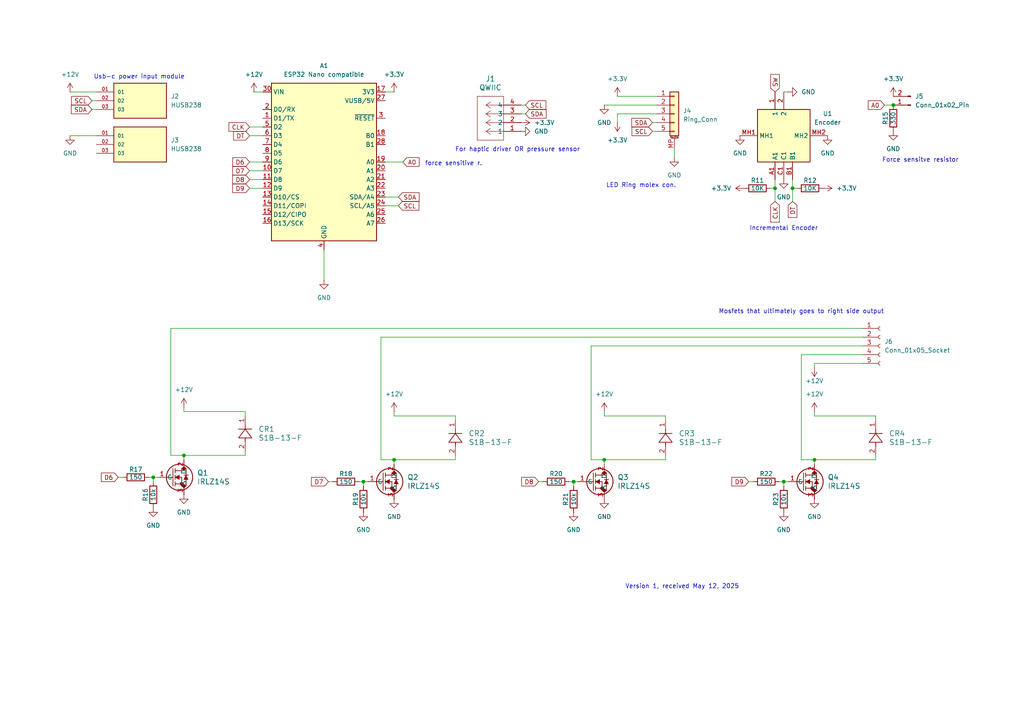
<source format=kicad_sch>
(kicad_sch (version 20250114) (generator "eeschema") (generator_version "9.0")
  (paper "A4")
  (lib_symbols
    (symbol "2025-04-16_14-42-32:SM04B-SRSS-TB" (pin_names (offset 0.254))
      (property "Reference" "J" (at 8.89 6.35 0))
      (property "Value" "SM04B-SRSS-TB" (at 0 0 0))
      (symbol "SM04B-SRSS-TB_1_1"
        (polyline (pts (xy 5.08 2.54) (xy 5.08 -10.16)) (stroke (width 0.127)))
        (polyline (pts (xy 5.08 -10.16) (xy 12.7 -10.16)) (stroke (width 0.127)))
        (polyline (pts (xy 10.16 0) (xy 5.08 0)) (stroke (width 0.127)))
        (polyline (pts (xy 10.16 0) (xy 8.89 0.8467)) (stroke (width 0.127)))
        (polyline (pts (xy 10.16 0) (xy 8.89 -0.8467)) (stroke (width 0.127)))
        (polyline (pts (xy 10.16 -2.54) (xy 5.08 -2.54)) (stroke (width 0.127)))
        (polyline (pts (xy 10.16 -2.54) (xy 8.89 -1.6933)) (stroke (width 0.127)))
        (polyline (pts (xy 10.16 -2.54) (xy 8.89 -3.3867)) (stroke (width 0.127)))
        (polyline (pts (xy 10.16 -5.08) (xy 5.08 -5.08)) (stroke (width 0.127)))
        (polyline (pts (xy 10.16 -5.08) (xy 8.89 -4.2333)) (stroke (width 0.127)))
        (polyline (pts (xy 10.16 -5.08) (xy 8.89 -5.9267)) (stroke (width 0.127)))
        (polyline (pts (xy 10.16 -7.62) (xy 5.08 -7.62)) (stroke (width 0.127)))
        (polyline (pts (xy 10.16 -7.62) (xy 8.89 -6.7733)) (stroke (width 0.127)))
        (polyline (pts (xy 10.16 -7.62) (xy 8.89 -8.4667)) (stroke (width 0.127)))
        (polyline (pts (xy 12.7 2.54) (xy 5.08 2.54)) (stroke (width 0.127)))
        (polyline (pts (xy 12.7 -10.16) (xy 12.7 2.54)) (stroke (width 0.127)))
        (pin unspecified line (at 0 0 0) (length 5.08) (name "1") (number "1"))
        (pin unspecified line (at 0 -2.54 0) (length 5.08) (name "2") (number "2"))
        (pin unspecified line (at 0 -5.08 0) (length 5.08) (name "3") (number "3"))
        (pin unspecified line (at 0 -7.62 0) (length 5.08) (name "4") (number "4"))
      )
      (symbol "SM04B-SRSS-TB_1_2"
        (polyline (pts (xy 5.08 2.54) (xy 5.08 -10.16)) (stroke (width 0.127)))
        (polyline (pts (xy 5.08 -10.16) (xy 12.7 -10.16)) (stroke (width 0.127)))
        (polyline (pts (xy 7.62 0) (xy 5.08 0)) (stroke (width 0.127)))
        (polyline (pts (xy 7.62 0) (xy 8.89 0.8467)) (stroke (width 0.127)))
        (polyline (pts (xy 7.62 0) (xy 8.89 -0.8467)) (stroke (width 0.127)))
        (polyline (pts (xy 7.62 -2.54) (xy 5.08 -2.54)) (stroke (width 0.127)))
        (polyline (pts (xy 7.62 -2.54) (xy 8.89 -1.6933)) (stroke (width 0.127)))
        (polyline (pts (xy 7.62 -2.54) (xy 8.89 -3.3867)) (stroke (width 0.127)))
        (polyline (pts (xy 7.62 -5.08) (xy 5.08 -5.08)) (stroke (width 0.127)))
        (polyline (pts (xy 7.62 -5.08) (xy 8.89 -4.2333)) (stroke (width 0.127)))
        (polyline (pts (xy 7.62 -5.08) (xy 8.89 -5.9267)) (stroke (width 0.127)))
        (polyline (pts (xy 7.62 -7.62) (xy 5.08 -7.62)) (stroke (width 0.127)))
        (polyline (pts (xy 7.62 -7.62) (xy 8.89 -6.7733)) (stroke (width 0.127)))
        (polyline (pts (xy 7.62 -7.62) (xy 8.89 -8.4667)) (stroke (width 0.127)))
        (polyline (pts (xy 12.7 2.54) (xy 5.08 2.54)) (stroke (width 0.127)))
        (polyline (pts (xy 12.7 -10.16) (xy 12.7 2.54)) (stroke (width 0.127)))
        (pin unspecified line (at 0 0 0) (length 5.08) (name "1") (number "1"))
        (pin unspecified line (at 0 -2.54 0) (length 5.08) (name "2") (number "2"))
        (pin unspecified line (at 0 -5.08 0) (length 5.08) (name "3") (number "3"))
        (pin unspecified line (at 0 -7.62 0) (length 5.08) (name "4") (number "4"))
      )
    )
    (symbol "Connector:Conn_01x02_Pin" (pin_names (offset 1.016) (hide yes))
      (property "Reference" "J" (at 0 2.54 0))
      (property "Value" "Conn_01x02_Pin" (at 0 -5.08 0))
      (symbol "Conn_01x02_Pin_1_1"
        (rectangle (start 0.8636 0.127) (end 0 -0.127) (stroke (width 0.1524)) (fill (type outline)))
        (rectangle (start 0.8636 -2.413) (end 0 -2.667) (stroke (width 0.1524)) (fill (type outline)))
        (polyline (pts (xy 1.27 0) (xy 0.8636 0)) (stroke (width 0.1524)))
        (polyline (pts (xy 1.27 -2.54) (xy 0.8636 -2.54)) (stroke (width 0.1524)))
        (pin passive line (at 5.08 0 180) (length 3.81) (name "Pin_1") (number "1"))
        (pin passive line (at 5.08 -2.54 180) (length 3.81) (name "Pin_2") (number "2"))
      )
    )
    (symbol "Connector:Conn_01x05_Socket" (pin_names (offset 1.016) (hide yes))
      (property "Reference" "J" (at 0 7.62 0))
      (property "Value" "Conn_01x05_Socket" (at 0 -7.62 0))
      (symbol "Conn_01x05_Socket_1_1"
        (polyline (pts (xy -1.27 5.08) (xy -0.508 5.08)) (stroke (width 0.1524)))
        (polyline (pts (xy -1.27 2.54) (xy -0.508 2.54)) (stroke (width 0.1524)))
        (polyline (pts (xy -1.27 0) (xy -0.508 0)) (stroke (width 0.1524)))
        (polyline (pts (xy -1.27 -2.54) (xy -0.508 -2.54)) (stroke (width 0.1524)))
        (polyline (pts (xy -1.27 -5.08) (xy -0.508 -5.08)) (stroke (width 0.1524)))
        (arc (start 0 4.572) (mid -0.5058 5.08) (end 0 5.588) (stroke (width 0.1524)))
        (arc (start 0 2.032) (mid -0.5058 2.54) (end 0 3.048) (stroke (width 0.1524)))
        (arc (start 0 -0.508) (mid -0.5058 0) (end 0 0.508) (stroke (width 0.1524)))
        (arc (start 0 -3.048) (mid -0.5058 -2.54) (end 0 -2.032) (stroke (width 0.1524)))
        (arc (start 0 -5.588) (mid -0.5058 -5.08) (end 0 -4.572) (stroke (width 0.1524)))
        (pin passive line (at -5.08 5.08 0) (length 3.81) (name "Pin_1") (number "1"))
        (pin passive line (at -5.08 2.54 0) (length 3.81) (name "Pin_2") (number "2"))
        (pin passive line (at -5.08 0 0) (length 3.81) (name "Pin_3") (number "3"))
        (pin passive line (at -5.08 -2.54 0) (length 3.81) (name "Pin_4") (number "4"))
        (pin passive line (at -5.08 -5.08 0) (length 3.81) (name "Pin_5") (number "5"))
      )
    )
    (symbol "Connector_Generic_MountingPin:Conn_01x05_MountingPin" (pin_names (offset 1.016) (hide yes))
      (property "Reference" "J4" (at 2.54 0.9145 0))
      (property "Value" "Ring_Conn" (at 2.54 -1.6255 0))
      (symbol "Conn_01x05_MountingPin_1_1"
        (rectangle (start -1.27 6.35) (end 1.27 -6.35) (stroke (width 0.254)) (fill (type background)))
        (rectangle (start -1.27 5.207) (end 0 4.953) (stroke (width 0.1524)))
        (rectangle (start -1.27 2.667) (end 0 2.413) (stroke (width 0.1524)))
        (rectangle (start -1.27 0.127) (end 0 -0.127) (stroke (width 0.1524)))
        (rectangle (start -1.27 -2.413) (end 0 -2.667) (stroke (width 0.1524)))
        (rectangle (start -1.27 -4.953) (end 0 -5.207) (stroke (width 0.1524)))
        (polyline (pts (xy -1.016 -7.112) (xy 1.016 -7.112)) (stroke (width 0.1524)))
        (text "Mounting" (at 0 -6.731 0) (effects (font (size 0.381 0.381))))
        (pin passive line (at -5.08 5.08 0) (length 3.81) (name "VCC") (number "1"))
        (pin passive line (at -5.08 2.54 0) (length 3.81) (name "GND") (number "2"))
        (pin passive line (at -5.08 0 0) (length 3.81) (name "VIO") (number "3"))
        (pin passive line (at -5.08 -2.54 0) (length 3.81) (name "SDA") (number "4"))
        (pin passive line (at -5.08 -5.08 0) (length 3.81) (name "SCL") (number "5"))
        (pin passive line (at 0 -10.16 90) (length 3.048) (name "MountPin") (number "MP"))
      )
    )
    (symbol "Device:R" (pin_numbers (hide yes)) (pin_names (offset 0))
      (property "Reference" "R" (at 2.032 0 90))
      (property "Value" "R" (at 0 0 90))
      (symbol "R_0_1"
        (rectangle (start -1.016 -2.54) (end 1.016 2.54) (stroke (width 0.254)))
      )
      (symbol "R_1_1"
        (pin passive line (at 0 3.81 270) (length 1.27) (name "~") (number "1"))
        (pin passive line (at 0 -3.81 90) (length 1.27) (name "~") (number "2"))
      )
    )
    (symbol "IRLZ14S:IRLZ14S" (pin_names (offset 0.254))
      (property "Reference" "Q" (at 11.43 1.905 0))
      (property "Value" "IRLZ14S" (at 11.43 -2.54 0))
      (symbol "IRLZ14S_0_1"
        (polyline (pts (xy 2.54 0) (xy 4.445 0)) (stroke (width 0.2032)))
        (polyline (pts (xy 4.445 -2.54) (xy 4.445 2.54)) (stroke (width 0.2032)))
        (polyline (pts (xy 5.08 1.905) (xy 6.985 1.905)) (stroke (width 0.2032)))
        (polyline (pts (xy 5.08 1.27) (xy 5.08 2.54)) (stroke (width 0.2032)))
        (polyline (pts (xy 5.08 -0.635) (xy 5.08 0.635)) (stroke (width 0.2032)))
        (polyline (pts (xy 5.08 -1.905) (xy 6.985 -1.905)) (stroke (width 0.2032)))
        (polyline (pts (xy 5.08 -2.54) (xy 5.08 -1.27)) (stroke (width 0.2032)))
        (polyline (pts (xy 6.35 0.635) (xy 5.08 0) (xy 6.35 -0.635)) (fill (type outline)))
        (polyline (pts (xy 6.35 0) (xy 6.985 0)) (stroke (width 0.2032)))
        (circle (center 6.35 0) (radius 3.81) (stroke (width 0.254)))
        (polyline (pts (xy 6.985 2.54) (xy 8.255 2.54)) (stroke (width 0.2032)))
        (polyline (pts (xy 6.985 1.905) (xy 6.985 2.54)) (stroke (width 0.2032)))
        (circle (center 6.985 -1.905) (radius 0.0254) (stroke (width 0.508)))
        (polyline (pts (xy 6.985 -2.54) (xy 6.985 0)) (stroke (width 0.2032)))
        (polyline (pts (xy 6.985 -2.54) (xy 8.255 -2.54)) (stroke (width 0.2032)))
        (circle (center 7.62 2.54) (radius 0.0254) (stroke (width 0.508)))
        (circle (center 7.62 -2.54) (radius 0.0254) (stroke (width 0.508)))
        (polyline (pts (xy 8.255 0.635) (xy 8.255 2.54)) (stroke (width 0.2032)))
        (polyline (pts (xy 8.255 -2.54) (xy 8.255 -0.635)) (stroke (width 0.2032)))
        (polyline (pts (xy 8.89 0.635) (xy 7.62 0.635)) (stroke (width 0.2032)))
        (polyline (pts (xy 8.89 -0.635) (xy 7.62 -0.635) (xy 8.255 0.635)) (fill (type outline)))
        (pin unspecified line (at 0 0 0) (length 2.54) (name "G") (number "1"))
        (pin unspecified line (at 7.62 5.08 270) (length 2.54) (name "D") (number "2"))
        (pin unspecified line (at 7.62 -5.08 90) (length 2.54) (name "S") (number "3"))
      )
    )
    (symbol "MCU_Module:Arduino_Nano_ESP32"
      (property "Reference" "A" (at -14.986 23.622 0))
      (property "Value" "Arduino_Nano_ESP32" (at 3.81 -25.654 0))
      (symbol "Arduino_Nano_ESP32_0_1"
        (rectangle (start -15.24 22.86) (end 15.24 -22.86) (stroke (width 0.254)) (fill (type background)))
      )
      (symbol "Arduino_Nano_ESP32_1_1"
        (pin power_in line (at -17.78 20.32 0) (length 2.54) (name "VIN") (number "30"))
        (pin bidirectional line (at -17.78 15.24 0) (length 2.54) (name "D0/RX") (number "2"))
        (pin bidirectional line (at -17.78 12.7 0) (length 2.54) (name "D1/TX") (number "1"))
        (pin bidirectional line (at -17.78 10.16 0) (length 2.54) (name "D2") (number "5"))
        (pin bidirectional line (at -17.78 7.62 0) (length 2.54) (name "D3") (number "6"))
        (pin bidirectional line (at -17.78 5.08 0) (length 2.54) (name "D4") (number "7"))
        (pin bidirectional line (at -17.78 2.54 0) (length 2.54) (name "D5") (number "8"))
        (pin bidirectional line (at -17.78 0 0) (length 2.54) (name "D6") (number "9"))
        (pin bidirectional line (at -17.78 -2.54 0) (length 2.54) (name "D7") (number "10"))
        (pin bidirectional line (at -17.78 -5.08 0) (length 2.54) (name "D8") (number "11"))
        (pin bidirectional line (at -17.78 -7.62 0) (length 2.54) (name "D9") (number "12"))
        (pin bidirectional line (at -17.78 -10.16 0) (length 2.54) (name "D10/CS") (number "13"))
        (pin bidirectional line (at -17.78 -12.7 0) (length 2.54) (name "D11/COPI") (number "14"))
        (pin bidirectional line (at -17.78 -15.24 0) (length 2.54) (name "D12/CIPO") (number "15"))
        (pin bidirectional line (at -17.78 -17.78 0) (length 2.54) (name "D13/SCK") (number "16"))
        (pin passive line (at 0 -25.4 90) (length 2.54) (hide yes) (name "GND") (number "29"))
        (pin power_in line (at 0 -25.4 90) (length 2.54) (name "GND") (number "4"))
        (pin power_out line (at 17.78 20.32 180) (length 2.54) (name "3V3") (number "17"))
        (pin power_out line (at 17.78 17.78 180) (length 2.54) (name "VUSB/5V") (number "27"))
        (pin input line (at 17.78 12.7 180) (length 2.54) (name "~{RESET}") (number "3"))
        (pin bidirectional line (at 17.78 7.62 180) (length 2.54) (name "B0") (number "18"))
        (pin bidirectional line (at 17.78 5.08 180) (length 2.54) (name "B1") (number "28"))
        (pin bidirectional line (at 17.78 0 180) (length 2.54) (name "A0") (number "19"))
        (pin bidirectional line (at 17.78 -2.54 180) (length 2.54) (name "A1") (number "20"))
        (pin bidirectional line (at 17.78 -5.08 180) (length 2.54) (name "A2") (number "21"))
        (pin bidirectional line (at 17.78 -7.62 180) (length 2.54) (name "A3") (number "22"))
        (pin bidirectional line (at 17.78 -10.16 180) (length 2.54) (name "SDA/A4") (number "23"))
        (pin bidirectional line (at 17.78 -12.7 180) (length 2.54) (name "SCL/A5") (number "24"))
        (pin bidirectional line (at 17.78 -15.24 180) (length 2.54) (name "A6") (number "25"))
        (pin bidirectional line (at 17.78 -17.78 180) (length 2.54) (name "A7") (number "26"))
      )
    )
    (symbol "PEC11L-4020F-S0020:PEC11L-4020F-S0020"
      (property "Reference" "U" (at 21.59 12.7 0))
      (property "Value" "PEC11L-4020F-S0020" (at 21.59 10.16 0))
      (symbol "PEC11L-4020F-S0020_1_1"
        (rectangle (start 5.08 7.62) (end 20.32 -7.62) (stroke (width 0.254)) (fill (type background)))
        (pin passive line (at 0 0 0) (length 5.08) (name "MH1") (number "MH1"))
        (pin passive line (at 10.16 12.7 270) (length 5.08) (name "1") (number "1"))
        (pin passive line (at 10.16 -12.7 90) (length 5.08) (name "A1") (number "A1"))
        (pin passive line (at 12.7 12.7 270) (length 5.08) (name "2") (number "2"))
        (pin passive line (at 12.7 -12.7 90) (length 5.08) (name "C1") (number "C1"))
        (pin passive line (at 15.24 -12.7 90) (length 5.08) (name "B1") (number "B1"))
        (pin passive line (at 25.4 0 180) (length 5.08) (name "MH2") (number "MH2"))
      )
    )
    (symbol "S1B_13_F:S1B-13-F" (pin_names (offset 0.254))
      (property "Reference" "CR" (at 5.08 4.445 0))
      (property "Value" "S1B-13-F" (at 5.08 -3.81 0))
      (symbol "S1B-13-F_1_1"
        (polyline (pts (xy 2.54 0) (xy 3.4798 0)) (stroke (width 0.2032)))
        (polyline (pts (xy 3.175 0) (xy 3.81 0)) (stroke (width 0.2032)))
        (polyline (pts (xy 3.81 1.905) (xy 3.81 -1.905)) (stroke (width 0.2032)))
        (polyline (pts (xy 3.81 -1.905) (xy 6.35 0)) (stroke (width 0.2032)))
        (polyline (pts (xy 6.35 0) (xy 3.81 1.905)) (stroke (width 0.2032)))
        (polyline (pts (xy 6.35 0) (xy 7.62 0)) (stroke (width 0.2032)))
        (polyline (pts (xy 6.35 -1.905) (xy 6.35 1.905)) (stroke (width 0.2032)))
        (pin unspecified line (at 0 0 0) (length 2.54) (name "") (number "2"))
        (pin unspecified line (at 10.16 0 180) (length 2.54) (name "") (number "1"))
      )
      (symbol "S1B-13-F_1_2"
        (polyline (pts (xy -1.905 3.81) (xy 1.905 3.81)) (stroke (width 0.2032)))
        (polyline (pts (xy 0 6.35) (xy -1.905 3.81)) (stroke (width 0.2032)))
        (polyline (pts (xy 0 6.35) (xy 0 7.62)) (stroke (width 0.2032)))
        (polyline (pts (xy 0 3.175) (xy 0 3.81)) (stroke (width 0.2032)))
        (polyline (pts (xy 0 2.54) (xy 0 3.4798)) (stroke (width 0.2032)))
        (polyline (pts (xy 1.905 6.35) (xy -1.905 6.35)) (stroke (width 0.2032)))
        (polyline (pts (xy 1.905 3.81) (xy 0 6.35)) (stroke (width 0.2032)))
        (pin unspecified line (at 0 10.16 270) (length 2.54) (name "") (number "1"))
        (pin unspecified line (at 0 0 90) (length 2.54) (name "") (number "2"))
      )
    )
    (symbol "SL-103-G-39:SL-103-G-39" (pin_names (offset 1.016))
      (property "Reference" "J" (at -8.12 5.08 0))
      (property "Value" "SL-103-G-39" (at -7.62 -7.62 0))
      (symbol "SL-103-G-39_0_0"
        (rectangle (start -7.62 -5.08) (end 7.62 5.08) (stroke (width 0.254)) (fill (type background)))
        (pin passive line (at -12.7 2.54 0) (length 5.08) (name "01") (number "01"))
        (pin passive line (at -12.7 0 0) (length 5.08) (name "02") (number "02"))
        (pin passive line (at -12.7 -2.54 0) (length 5.08) (name "03") (number "03"))
      )
    )
    (symbol "power:+12V" (power) (pin_numbers (hide yes)) (pin_names (offset 0) (hide yes))
      (property "Value" "+12V" (at 0 3.556 0))
      (symbol "+12V_0_1"
        (polyline (pts (xy -0.762 1.27) (xy 0 2.54)))
        (polyline (pts (xy 0 2.54) (xy 0.762 1.27)))
        (polyline (pts (xy 0 0) (xy 0 2.54)))
      )
      (symbol "+12V_1_1"
        (pin power_in line (at 0 0 90) (length 0) (name "~") (number "1"))
      )
    )
    (symbol "power:+3.3V" (power) (pin_numbers (hide yes)) (pin_names (offset 0) (hide yes))
      (property "Value" "+3.3V" (at 0 3.556 0))
      (symbol "+3.3V_0_1"
        (polyline (pts (xy -0.762 1.27) (xy 0 2.54)))
        (polyline (pts (xy 0 2.54) (xy 0.762 1.27)))
        (polyline (pts (xy 0 0) (xy 0 2.54)))
      )
      (symbol "+3.3V_1_1"
        (pin power_in line (at 0 0 90) (length 0) (name "~") (number "1"))
      )
    )
    (symbol "power:GND" (power) (pin_numbers (hide yes)) (pin_names (offset 0) (hide yes))
      (property "Value" "GND" (at 0 -3.81 0))
      (symbol "GND_0_1"
        (polyline (pts (xy 0 0) (xy 0 -1.27) (xy 1.27 -1.27) (xy 0 -2.54) (xy -1.27 -1.27) (xy 0 -1.27)))
      )
      (symbol "GND_1_1"
        (pin power_in line (at 0 0 270) (length 0) (name "~") (number "1"))
      )
    )
  )
  (text "Version 1, received May 12, 2025" (at 197.866 170.18 0) (effects (font (size 1.27 1.27))))
  (text "LED Ring molex con. " (at 186.436 53.848 0) (effects (font (size 1.27 1.27))))
  (text "For haptic driver OR pressure sensor" (at 150.114 43.434 0) (effects (font (size 1.27 1.27))))
  (text "force sensitive r." (at 131.572 47.498 0) (effects (font (size 1.27 1.27))))
  (text "Incremental Encoder" (at 227.33 66.294 0) (effects (font (size 1.27 1.27))))
  (text "Usb-c power input module" (at 40.386 22.352 0) (effects (font (size 1.27 1.27))))
  (text "Force sensitve resistor" (at 266.954 46.482 0) (effects (font (size 1.27 1.27))))
  (text "Mosfets that ultimately goes to right side output" (at 232.41 90.424 0) (effects (font (size 1.27 1.27))))
  (junction (at 236.22 133.35))
  (junction (at 114.3 133.35))
  (junction (at 224.79 54.61))
  (junction (at 166.37 139.7))
  (junction (at 229.87 54.61))
  (junction (at 53.34 132.08))
  (junction (at 175.26 133.35))
  (junction (at 105.41 139.7))
  (junction (at 259.08 30.48))
  (junction (at 44.45 138.43))
  (junction (at 227.33 139.7))
  (wire (pts (xy 72.39 52.07) (xy 76.2 52.07)))
  (wire (pts (xy 175.26 30.48) (xy 190.5 30.48)))
  (wire (pts (xy 175.26 120.65) (xy 193.04 120.65)))
  (wire (pts (xy 72.39 39.37) (xy 76.2 39.37)))
  (wire (pts (xy 151.13 30.48) (xy 152.4 30.48)))
  (wire (pts (xy 72.39 46.99) (xy 76.2 46.99)))
  (wire (pts (xy 227.33 139.7) (xy 228.6 139.7)))
  (wire (pts (xy 73.66 26.67) (xy 76.2 26.67)))
  (wire (pts (xy 53.34 132.08) (xy 53.34 133.35)))
  (wire (pts (xy 232.41 133.35) (xy 236.22 133.35)))
  (wire (pts (xy 236.22 133.35) (xy 236.22 134.62)))
  (wire (pts (xy 93.98 72.39) (xy 93.98 81.28)))
  (wire (pts (xy 254 120.65) (xy 254 121.92)))
  (wire (pts (xy 44.45 138.43) (xy 44.45 139.7)))
  (wire (pts (xy 72.39 36.83) (xy 76.2 36.83)))
  (wire (pts (xy 250.19 105.41) (xy 236.22 105.41)))
  (wire (pts (xy 132.08 132.08) (xy 132.08 133.35)))
  (wire (pts (xy 193.04 120.65) (xy 193.04 121.92)))
  (wire (pts (xy 49.53 132.08) (xy 53.34 132.08)))
  (wire (pts (xy 171.45 133.35) (xy 175.26 133.35)))
  (wire (pts (xy 71.12 119.38) (xy 71.12 120.65)))
  (wire (pts (xy 20.32 26.67) (xy 27.94 26.67)))
  (wire (pts (xy 229.87 54.61) (xy 229.87 58.42)))
  (wire (pts (xy 114.3 133.35) (xy 132.08 133.35)))
  (wire (pts (xy 226.06 139.7) (xy 227.33 139.7)))
  (wire (pts (xy 236.22 133.35) (xy 254 133.35)))
  (wire (pts (xy 236.22 105.41) (xy 236.22 106.68)))
  (wire (pts (xy 114.3 26.67) (xy 111.76 26.67)))
  (wire (pts (xy 256.54 30.48) (xy 259.08 30.48)))
  (wire (pts (xy 110.49 133.35) (xy 114.3 133.35)))
  (wire (pts (xy 114.3 119.38) (xy 114.3 120.65)))
  (wire (pts (xy 132.08 120.65) (xy 132.08 121.92)))
  (wire (pts (xy 151.13 33.02) (xy 152.4 33.02)))
  (wire (pts (xy 34.29 138.43) (xy 35.56 138.43)))
  (wire (pts (xy 105.41 139.7) (xy 106.68 139.7)))
  (wire (pts (xy 53.34 132.08) (xy 71.12 132.08)))
  (wire (pts (xy 179.07 33.02) (xy 179.07 35.56)))
  (wire (pts (xy 72.39 54.61) (xy 76.2 54.61)))
  (wire (pts (xy 250.19 100.33) (xy 171.45 100.33)))
  (wire (pts (xy 53.34 119.38) (xy 71.12 119.38)))
  (wire (pts (xy 95.25 139.7) (xy 96.52 139.7)))
  (wire (pts (xy 71.12 130.81) (xy 71.12 132.08)))
  (wire (pts (xy 250.19 97.79) (xy 110.49 97.79)))
  (wire (pts (xy 190.5 27.94) (xy 179.07 27.94)))
  (wire (pts (xy 105.41 139.7) (xy 105.41 140.97)))
  (wire (pts (xy 224.79 52.07) (xy 224.79 54.61)))
  (wire (pts (xy 175.26 133.35) (xy 175.26 134.62)))
  (wire (pts (xy 110.49 97.79) (xy 110.49 133.35)))
  (wire (pts (xy 236.22 119.38) (xy 236.22 120.65)))
  (wire (pts (xy 223.52 54.61) (xy 224.79 54.61)))
  (wire (pts (xy 217.17 139.7) (xy 218.44 139.7)))
  (wire (pts (xy 20.32 39.37) (xy 27.94 39.37)))
  (wire (pts (xy 193.04 132.08) (xy 193.04 133.35)))
  (wire (pts (xy 44.45 138.43) (xy 45.72 138.43)))
  (wire (pts (xy 232.41 102.87) (xy 232.41 133.35)))
  (wire (pts (xy 250.19 102.87) (xy 232.41 102.87)))
  (wire (pts (xy 165.1 139.7) (xy 166.37 139.7)))
  (wire (pts (xy 166.37 139.7) (xy 167.64 139.7)))
  (wire (pts (xy 49.53 95.25) (xy 49.53 132.08)))
  (wire (pts (xy 53.34 118.11) (xy 53.34 119.38)))
  (wire (pts (xy 114.3 120.65) (xy 132.08 120.65)))
  (wire (pts (xy 175.26 119.38) (xy 175.26 120.65)))
  (wire (pts (xy 171.45 100.33) (xy 171.45 133.35)))
  (wire (pts (xy 236.22 120.65) (xy 254 120.65)))
  (wire (pts (xy 250.19 95.25) (xy 49.53 95.25)))
  (wire (pts (xy 195.58 43.18) (xy 195.58 45.72)))
  (wire (pts (xy 229.87 52.07) (xy 229.87 54.61)))
  (wire (pts (xy 254 132.08) (xy 254 133.35)))
  (wire (pts (xy 111.76 57.15) (xy 115.57 57.15)))
  (wire (pts (xy 228.6 26.67) (xy 227.33 26.67)))
  (wire (pts (xy 156.21 139.7) (xy 157.48 139.7)))
  (wire (pts (xy 224.79 54.61) (xy 224.79 58.42)))
  (wire (pts (xy 104.14 139.7) (xy 105.41 139.7)))
  (wire (pts (xy 189.23 35.56) (xy 190.5 35.56)))
  (wire (pts (xy 190.5 33.02) (xy 179.07 33.02)))
  (wire (pts (xy 26.67 31.75) (xy 27.94 31.75)))
  (wire (pts (xy 227.33 139.7) (xy 227.33 140.97)))
  (wire (pts (xy 72.39 49.53) (xy 76.2 49.53)))
  (wire (pts (xy 43.18 138.43) (xy 44.45 138.43)))
  (wire (pts (xy 229.87 54.61) (xy 231.14 54.61)))
  (wire (pts (xy 26.67 29.21) (xy 27.94 29.21)))
  (wire (pts (xy 111.76 46.99) (xy 116.84 46.99)))
  (wire (pts (xy 175.26 133.35) (xy 193.04 133.35)))
  (wire (pts (xy 111.76 59.69) (xy 115.57 59.69)))
  (wire (pts (xy 166.37 139.7) (xy 166.37 140.97)))
  (wire (pts (xy 189.23 38.1) (xy 190.5 38.1)))
  (wire (pts (xy 114.3 133.35) (xy 114.3 134.62)))
  (global_label "D8" (shape input) (at 156.21 139.7 180) (property "Intersheetrefs" "${INTERSHEET_REFS}" (effects (hide yes))))
  (global_label "SDA" (shape input) (at 152.4 33.02 0) (property "Intersheetrefs" "${INTERSHEET_REFS}" (effects (hide yes))))
  (global_label "DT" (shape input) (at 229.87 58.42 270) (property "Intersheetrefs" "${INTERSHEET_REFS}" (effects (hide yes))))
  (global_label "SW" (shape input) (at 224.79 26.67 90) (property "Intersheetrefs" "${INTERSHEET_REFS}" (effects (hide yes))))
  (global_label "DT" (shape input) (at 72.39 39.37 180) (property "Intersheetrefs" "${INTERSHEET_REFS}" (effects (hide yes))))
  (global_label "SDA" (shape input) (at 26.67 31.75 180) (property "Intersheetrefs" "${INTERSHEET_REFS}" (effects (hide yes))))
  (global_label "CLK" (shape input) (at 224.79 58.42 270) (property "Intersheetrefs" "${INTERSHEET_REFS}" (effects (hide yes))))
  (global_label "SCL" (shape input) (at 115.57 59.69 0) (property "Intersheetrefs" "${INTERSHEET_REFS}" (effects (hide yes))))
  (global_label "D9" (shape input) (at 72.39 54.61 180) (property "Intersheetrefs" "${INTERSHEET_REFS}" (effects (hide yes))))
  (global_label "SCL" (shape input) (at 152.4 30.48 0) (property "Intersheetrefs" "${INTERSHEET_REFS}" (effects (hide yes))))
  (global_label "A0" (shape input) (at 116.84 46.99 0) (property "Intersheetrefs" "${INTERSHEET_REFS}" (effects (hide yes))))
  (global_label "SCL" (shape input) (at 26.67 29.21 180) (property "Intersheetrefs" "${INTERSHEET_REFS}" (effects (hide yes))))
  (global_label "A0" (shape input) (at 256.54 30.48 180) (property "Intersheetrefs" "${INTERSHEET_REFS}" (effects (hide yes))))
  (global_label "D9" (shape input) (at 217.17 139.7 180) (property "Intersheetrefs" "${INTERSHEET_REFS}" (effects (hide yes))))
  (global_label "D6" (shape input) (at 72.39 46.99 180) (property "Intersheetrefs" "${INTERSHEET_REFS}" (effects (hide yes))))
  (global_label "D7" (shape input) (at 95.25 139.7 180) (property "Intersheetrefs" "${INTERSHEET_REFS}" (effects (hide yes))))
  (global_label "D7" (shape input) (at 72.39 49.53 180) (property "Intersheetrefs" "${INTERSHEET_REFS}" (effects (hide yes))))
  (global_label "SCL" (shape input) (at 189.23 38.1 180) (property "Intersheetrefs" "${INTERSHEET_REFS}" (effects (hide yes))))
  (global_label "SDA" (shape input) (at 189.23 35.56 180) (property "Intersheetrefs" "${INTERSHEET_REFS}" (effects (hide yes))))
  (global_label "D8" (shape input) (at 72.39 52.07 180) (property "Intersheetrefs" "${INTERSHEET_REFS}" (effects (hide yes))))
  (global_label "SDA" (shape input) (at 115.57 57.15 0) (property "Intersheetrefs" "${INTERSHEET_REFS}" (effects (hide yes))))
  (global_label "D6" (shape input) (at 34.29 138.43 180) (property "Intersheetrefs" "${INTERSHEET_REFS}" (effects (hide yes))))
  (global_label "CLK" (shape input) (at 72.39 36.83 180) (property "Intersheetrefs" "${INTERSHEET_REFS}" (effects (hide yes))))
  (symbol (lib_id "power:+3.3V") (at 238.76 54.61 270) (unit 1)
    (property "Reference" "#PWR020" (effects (hide yes)))
    (property "Value" "+3.3V" (at 242.57 54.6099 90) (effects (justify left)))
    (property "Description" "Power symbol creates a global label with name \"+3.3V\"" (effects (hide yes)))
  )
  (symbol (lib_id "IRLZ14S:IRLZ14S") (at 167.64 139.7 0) (unit 1)
    (property "Reference" "Q3" (at 179.07 138.4299 0) (effects (font (size 1.524 1.524)) (justify left)))
    (property "Value" "IRLZ14S" (at 179.07 140.9699 0) (effects (font (size 1.524 1.524)) (justify left)))
    (property "Footprint" "IRLZ14PBF:TO254P465X1031X1954-3P" (effects (hide yes)))
    (property "Datasheet" "IRLZ14S" (effects (hide yes)))
  )
  (symbol (lib_id "IRLZ14S:IRLZ14S") (at 106.68 139.7 0) (unit 1)
    (property "Reference" "Q2" (at 118.11 138.4299 0) (effects (font (size 1.524 1.524)) (justify left)))
    (property "Value" "IRLZ14S" (at 118.11 140.9699 0) (effects (font (size 1.524 1.524)) (justify left)))
    (property "Footprint" "IRLZ14PBF:TO254P465X1031X1954-3P" (effects (hide yes)))
    (property "Datasheet" "IRLZ14S" (effects (hide yes)))
  )
  (symbol (lib_id "power:+12V") (at 175.26 119.38 0) (unit 1)
    (property "Reference" "#PWR027" (effects (hide yes)))
    (property "Value" "+12V" (at 175.26 114.3 0))
    (property "Description" "Power symbol creates a global label with name \"+12V\"" (effects (hide yes)))
  )
  (symbol (lib_id "power:GND") (at 166.37 148.59 0) (unit 1)
    (property "Reference" "#PWR026" (effects (hide yes)))
    (property "Value" "GND" (at 166.37 153.67 0))
    (property "Description" "Power symbol creates a global label with name \"GND\" , ground" (effects (hide yes)))
  )
  (symbol (lib_id "Device:R") (at 166.37 144.78 180) (unit 1)
    (property "Reference" "R21" (at 164.084 144.78 90))
    (property "Value" "10k" (at 166.37 144.78 90))
    (property "Footprint" "Resistor_THT:R_Axial_DIN0204_L3.6mm_D1.6mm_P7.62mm_Horizontal" (effects (hide yes)))
    (property "Description" "Resistor" (effects (hide yes)))
  )
  (symbol (lib_id "power:+12V") (at 236.22 106.68 180) (unit 1)
    (property "Reference" "#PWR032" (effects (hide yes)))
    (property "Value" "+12V" (at 236.22 110.49 0))
    (property "Description" "Power symbol creates a global label with name \"+12V\"" (effects (hide yes)))
  )
  (symbol (lib_id "S1B_13_F:S1B-13-F") (at 71.12 130.81 90) (unit 1)
    (property "Reference" "CR1" (at 74.93 124.4599 90) (effects (font (size 1.524 1.524)) (justify right)))
    (property "Value" "S1B-13-F" (at 74.93 126.9999 90) (effects (font (size 1.524 1.524)) (justify right)))
    (property "Footprint" "Diode_THT:D_DO-35_SOD27_P7.62mm_Horizontal" (effects (hide yes)))
    (property "Datasheet" "S1B-13-F" (effects (hide yes)))
  )
  (symbol (lib_id "power:GND") (at 227.33 148.59 0) (unit 1)
    (property "Reference" "#PWR029" (effects (hide yes)))
    (property "Value" "GND" (at 227.33 153.67 0))
    (property "Description" "Power symbol creates a global label with name \"GND\" , ground" (effects (hide yes)))
  )
  (symbol (lib_id "power:GND") (at 114.3 144.78 0) (unit 1)
    (property "Reference" "#PWR025" (effects (hide yes)))
    (property "Value" "GND" (at 114.3 149.86 0))
    (property "Description" "Power symbol creates a global label with name \"GND\" , ground" (effects (hide yes)))
  )
  (symbol (lib_id "Device:R") (at 222.25 139.7 90) (unit 1)
    (property "Reference" "R22" (at 222.25 137.414 90))
    (property "Value" "150" (at 222.25 139.7 90))
    (property "Footprint" "Resistor_THT:R_Axial_DIN0204_L3.6mm_D1.6mm_P7.62mm_Horizontal" (effects (hide yes)))
    (property "Description" "Resistor" (effects (hide yes)))
  )
  (symbol (lib_id "Device:R") (at 105.41 144.78 180) (unit 1)
    (property "Reference" "R19" (at 103.124 144.78 90))
    (property "Value" "10k" (at 105.41 144.78 90))
    (property "Footprint" "Resistor_THT:R_Axial_DIN0204_L3.6mm_D1.6mm_P7.62mm_Horizontal" (effects (hide yes)))
    (property "Description" "Resistor" (effects (hide yes)))
  )
  (symbol (lib_id "power:GND") (at 151.13 38.1 90) (unit 1)
    (property "Reference" "#PWR011" (effects (hide yes)))
    (property "Value" "GND" (at 154.94 38.0999 90) (effects (justify right)))
    (property "Description" "Power symbol creates a global label with name \"GND\" , ground" (effects (hide yes)))
  )
  (symbol (lib_id "power:+3.3V") (at 114.3 26.67 0) (unit 1)
    (property "Reference" "#PWR03" (effects (hide yes)))
    (property "Value" "+3.3V" (at 114.3 21.59 0))
    (property "Description" "Power symbol creates a global label with name \"+3.3V\"" (effects (hide yes)))
  )
  (symbol (lib_id "power:+3.3V") (at 179.07 27.94 0) (unit 1)
    (property "Reference" "#PWR07" (effects (hide yes)))
    (property "Value" "+3.3V" (at 179.07 22.86 0))
    (property "Description" "Power symbol creates a global label with name \"+3.3V\"" (effects (hide yes)))
  )
  (symbol (lib_id "PEC11L-4020F-S0020:PEC11L-4020F-S0020") (at 214.63 39.37 0) (unit 1)
    (property "Reference" "U1" (at 240.03 32.9498 0))
    (property "Value" "Encoder" (at 240.03 35.4898 0))
    (property "Footprint" "KiCad:PEC11L4120FS0020" (effects (hide yes)))
    (property "Datasheet" "https://www.bourns.com/docs/Product-Datasheets/PEC11L.pdf" (effects (hide yes)))
    (property "Description" "Encoders ENCODER" (effects (hide yes)))
    (property "Height" "25" (effects (hide yes)))
    (property "Manufacturer_Name" "Bourns" (effects (hide yes)))
    (property "Manufacturer_Part_Number" "PEC11L-4020F-S0020" (effects (hide yes)))
    (property "Mouser Part Number" "652-PEC11L4020FS0020" (effects (hide yes)))
    (property "Mouser Price/Stock" "https://www.mouser.co.uk/ProductDetail/Bourns/PEC11L-4020F-S0020?qs=fgHA1UgJI8CzObWXJBveJQ%3D%3D" (effects (hide yes)))
    (property "Arrow Part Number" "PEC11L-4020F-S0020" (effects (hide yes)))
    (property "Arrow Price/Stock" "https://www.arrow.com/en/products/pec11l-4020f-s0020/bourns?region=nac" (effects (hide yes)))
  )
  (symbol (lib_id "IRLZ14S:IRLZ14S") (at 45.72 138.43 0) (unit 1)
    (property "Reference" "Q1" (at 57.15 137.1599 0) (effects (font (size 1.524 1.524)) (justify left)))
    (property "Value" "IRLZ14S" (at 57.15 139.6999 0) (effects (font (size 1.524 1.524)) (justify left)))
    (property "Footprint" "IRLZ14PBF:TO254P465X1031X1954-3P" (effects (hide yes)))
    (property "Datasheet" "IRLZ14S" (effects (hide yes)))
  )
  (symbol (lib_id "IRLZ14S:IRLZ14S") (at 228.6 139.7 0) (unit 1)
    (property "Reference" "Q4" (at 240.03 138.4299 0) (effects (font (size 1.524 1.524)) (justify left)))
    (property "Value" "IRLZ14S" (at 240.03 140.9699 0) (effects (font (size 1.524 1.524)) (justify left)))
    (property "Footprint" "IRLZ14PBF:TO254P465X1031X1954-3P" (effects (hide yes)))
    (property "Datasheet" "IRLZ14S" (effects (hide yes)))
  )
  (symbol (lib_id "SL-103-G-39:SL-103-G-39") (at 40.64 29.21 0) (unit 1)
    (property "Reference" "J2" (at 49.53 27.9399 0) (effects (justify left)))
    (property "Value" "HUSB238" (at 49.53 30.4799 0) (effects (justify left)))
    (property "Footprint" "SL-103-G-39:SAMTEC_SL-103-G-39" (effects (hide yes)))
    (property "PARTREV" "R" (effects (hide yes)))
    (property "STANDARD" "Manufacturer Recommendations" (effects (hide yes)))
    (property "MANUFACTURER" "Samtec" (effects (hide yes)))
  )
  (symbol (lib_id "2025-04-16_14-42-32:SM04B-SRSS-TB") (at 151.13 38.1 180) (unit 1)
    (property "Reference" "J1" (at 142.24 22.86 0) (effects (font (size 1.524 1.524))))
    (property "Value" "QWIIC" (at 142.24 25.4 0) (effects (font (size 1.524 1.524))))
    (property "Footprint" "footprints:CONN_SM04B-SRSS-TB_JST" (effects (hide yes)))
    (property "Datasheet" "SM04B-SRSS-TB" (effects (hide yes)))
  )
  (symbol (lib_id "power:GND") (at 228.6 26.67 90) (unit 1)
    (property "Reference" "#PWR022" (effects (hide yes)))
    (property "Value" "GND" (at 232.41 26.6699 90) (effects (justify right)))
    (property "Description" "Power symbol creates a global label with name \"GND\" , ground" (effects (hide yes)))
  )
  (symbol (lib_id "power:GND") (at 53.34 143.51 0) (unit 1)
    (property "Reference" "#PWR017" (effects (hide yes)))
    (property "Value" "GND" (at 53.34 148.59 0))
    (property "Description" "Power symbol creates a global label with name \"GND\" , ground" (effects (hide yes)))
  )
  (symbol (lib_id "power:+12V") (at 236.22 119.38 0) (unit 1)
    (property "Reference" "#PWR030" (effects (hide yes)))
    (property "Value" "+12V" (at 236.22 114.3 0))
    (property "Description" "Power symbol creates a global label with name \"+12V\"" (effects (hide yes)))
  )
  (symbol (lib_id "power:GND") (at 93.98 81.28 0) (unit 1)
    (property "Reference" "#PWR04" (effects (hide yes)))
    (property "Value" "GND" (at 93.98 86.36 0))
    (property "Description" "Power symbol creates a global label with name \"GND\" , ground" (effects (hide yes)))
  )
  (symbol (lib_id "S1B_13_F:S1B-13-F") (at 193.04 132.08 90) (unit 1)
    (property "Reference" "CR3" (at 196.85 125.7299 90) (effects (font (size 1.524 1.524)) (justify right)))
    (property "Value" "S1B-13-F" (at 196.85 128.2699 90) (effects (font (size 1.524 1.524)) (justify right)))
    (property "Footprint" "Diode_THT:D_DO-35_SOD27_P7.62mm_Horizontal" (effects (hide yes)))
    (property "Datasheet" "S1B-13-F" (effects (hide yes)))
  )
  (symbol (lib_id "SL-103-G-39:SL-103-G-39") (at 40.64 41.91 0) (unit 1)
    (property "Reference" "J3" (at 49.53 40.6399 0) (effects (justify left)))
    (property "Value" "HUSB238" (at 49.53 43.1799 0) (effects (justify left)))
    (property "Footprint" "SL-103-G-39:SAMTEC_SL-103-G-39" (effects (hide yes)))
    (property "PARTREV" "R" (effects (hide yes)))
    (property "STANDARD" "Manufacturer Recommendations" (effects (hide yes)))
    (property "MANUFACTURER" "Samtec" (effects (hide yes)))
  )
  (symbol (lib_id "power:+12V") (at 20.32 26.67 0) (unit 1)
    (property "Reference" "#PWR01" (effects (hide yes)))
    (property "Value" "+12V" (at 20.32 21.59 0))
    (property "Description" "Power symbol creates a global label with name \"+12V\"" (effects (hide yes)))
  )
  (symbol (lib_id "power:GND") (at 175.26 30.48 0) (unit 1)
    (property "Reference" "#PWR08" (effects (hide yes)))
    (property "Value" "GND" (at 175.26 35.56 0))
    (property "Description" "Power symbol creates a global label with name \"GND\" , ground" (effects (hide yes)))
  )
  (symbol (lib_id "power:+12V") (at 53.34 118.11 0) (unit 1)
    (property "Reference" "#PWR018" (effects (hide yes)))
    (property "Value" "+12V" (at 53.34 113.03 0))
    (property "Description" "Power symbol creates a global label with name \"+12V\"" (effects (hide yes)))
  )
  (symbol (lib_id "power:GND") (at 195.58 45.72 0) (unit 1)
    (property "Reference" "#PWR012" (effects (hide yes)))
    (property "Value" "GND" (at 195.58 50.8 0))
    (property "Description" "Power symbol creates a global label with name \"GND\" , ground" (effects (hide yes)))
  )
  (symbol (lib_id "S1B_13_F:S1B-13-F") (at 132.08 132.08 90) (unit 1)
    (property "Reference" "CR2" (at 135.89 125.7299 90) (effects (font (size 1.524 1.524)) (justify right)))
    (property "Value" "S1B-13-F" (at 135.89 128.2699 90) (effects (font (size 1.524 1.524)) (justify right)))
    (property "Footprint" "Diode_THT:D_DO-35_SOD27_P7.62mm_Horizontal" (effects (hide yes)))
    (property "Datasheet" "S1B-13-F" (effects (hide yes)))
  )
  (symbol (lib_id "power:+3.3V") (at 215.9 54.61 90) (unit 1)
    (property "Reference" "#PWR021" (effects (hide yes)))
    (property "Value" "+3.3V" (at 212.09 54.6099 90) (effects (justify left)))
    (property "Description" "Power symbol creates a global label with name \"+3.3V\"" (effects (hide yes)))
  )
  (symbol (lib_id "power:GND") (at 236.22 144.78 0) (unit 1)
    (property "Reference" "#PWR031" (effects (hide yes)))
    (property "Value" "GND" (at 236.22 149.86 0))
    (property "Description" "Power symbol creates a global label with name \"GND\" , ground" (effects (hide yes)))
  )
  (symbol (lib_id "power:+12V") (at 73.66 26.67 0) (unit 1)
    (property "Reference" "#PWR05" (effects (hide yes)))
    (property "Value" "+12V" (at 73.66 21.59 0))
    (property "Description" "Power symbol creates a global label with name \"+12V\"" (effects (hide yes)))
  )
  (symbol (lib_id "Connector_Generic_MountingPin:Conn_01x05_MountingPin") (at 195.58 33.02 0) (unit 1)
    (property "Reference" "J4" (at 198.12 32.1055 0) (effects (justify left)))
    (property "Value" "Ring_Conn" (at 198.12 34.6455 0) (effects (justify left)))
    (property "Footprint" "Connector_Molex:Molex_PicoBlade_53261-0571_1x05-1MP_P1.25mm_Horizontal" (effects (hide yes)))
    (property "Description" "Generic connectable mounting pin connector, single row, 01x05, script generated (kicad-library-utils/schlib/autogen/connector/)" (effects (hide yes)))
  )
  (symbol (lib_id "Device:R") (at 227.33 144.78 180) (unit 1)
    (property "Reference" "R23" (at 225.044 144.78 90))
    (property "Value" "10k" (at 227.33 144.78 90))
    (property "Footprint" "Resistor_THT:R_Axial_DIN0204_L3.6mm_D1.6mm_P7.62mm_Horizontal" (effects (hide yes)))
    (property "Description" "Resistor" (effects (hide yes)))
  )
  (symbol (lib_id "Device:R") (at 100.33 139.7 90) (unit 1)
    (property "Reference" "R18" (at 100.33 137.414 90))
    (property "Value" "150" (at 100.33 139.7 90))
    (property "Footprint" "Resistor_THT:R_Axial_DIN0204_L3.6mm_D1.6mm_P7.62mm_Horizontal" (effects (hide yes)))
    (property "Description" "Resistor" (effects (hide yes)))
  )
  (symbol (lib_id "power:+3.3V") (at 259.08 27.94 0) (unit 1)
    (property "Reference" "#PWR015" (effects (hide yes)))
    (property "Value" "+3.3V" (at 259.08 22.86 0))
    (property "Description" "Power symbol creates a global label with name \"+3.3V\"" (effects (hide yes)))
  )
  (symbol (lib_id "power:+3.3V") (at 151.13 35.56 270) (unit 1)
    (property "Reference" "#PWR010" (effects (hide yes)))
    (property "Value" "+3.3V" (at 154.94 35.5599 90) (effects (justify left)))
    (property "Description" "Power symbol creates a global label with name \"+3.3V\"" (effects (hide yes)))
  )
  (symbol (lib_id "Device:R") (at 161.29 139.7 90) (unit 1)
    (property "Reference" "R20" (at 161.29 137.414 90))
    (property "Value" "150" (at 161.29 139.7 90))
    (property "Footprint" "Resistor_THT:R_Axial_DIN0204_L3.6mm_D1.6mm_P7.62mm_Horizontal" (effects (hide yes)))
    (property "Description" "Resistor" (effects (hide yes)))
  )
  (symbol (lib_id "Device:R") (at 44.45 143.51 180) (unit 1)
    (property "Reference" "R16" (at 42.164 143.51 90))
    (property "Value" "10k" (at 44.45 143.51 90))
    (property "Footprint" "Resistor_THT:R_Axial_DIN0204_L3.6mm_D1.6mm_P7.62mm_Horizontal" (effects (hide yes)))
    (property "Description" "Resistor" (effects (hide yes)))
  )
  (symbol (lib_id "Connector:Conn_01x02_Pin") (at 264.16 30.48 180) (unit 1)
    (property "Reference" "J5" (at 265.43 27.9399 0) (effects (justify right)))
    (property "Value" "Conn_01x02_Pin" (at 265.43 30.4799 0) (effects (justify right)))
    (property "Footprint" "Connector_PinSocket_2.54mm:PinSocket_1x02_P2.54mm_Vertical" (effects (hide yes)))
    (property "Description" "Generic connector, single row, 01x02, script generated" (effects (hide yes)))
  )
  (symbol (lib_id "power:GND") (at 214.63 39.37 0) (unit 1)
    (property "Reference" "#PWR014" (effects (hide yes)))
    (property "Value" "GND" (at 214.63 44.45 0))
    (property "Description" "Power symbol creates a global label with name \"GND\" , ground" (effects (hide yes)))
  )
  (symbol (lib_id "power:GND") (at 259.08 38.1 0) (unit 1)
    (property "Reference" "#PWR016" (effects (hide yes)))
    (property "Value" "GND" (at 259.08 43.18 0))
    (property "Description" "Power symbol creates a global label with name \"GND\" , ground" (effects (hide yes)))
  )
  (symbol (lib_id "S1B_13_F:S1B-13-F") (at 254 132.08 90) (unit 1)
    (property "Reference" "CR4" (at 257.81 125.7299 90) (effects (font (size 1.524 1.524)) (justify right)))
    (property "Value" "S1B-13-F" (at 257.81 128.2699 90) (effects (font (size 1.524 1.524)) (justify right)))
    (property "Footprint" "Diode_THT:D_DO-35_SOD27_P7.62mm_Horizontal" (effects (hide yes)))
    (property "Datasheet" "S1B-13-F" (effects (hide yes)))
  )
  (symbol (lib_id "MCU_Module:Arduino_Nano_ESP32") (at 93.98 46.99 0) (unit 1)
    (property "Reference" "A1" (at 93.98 19.05 0))
    (property "Value" "ESP32 Nano compatible" (at 93.98 21.59 0))
    (property "Footprint" "Module:Arduino_Nano" (effects (hide yes)))
    (property "Datasheet" "https://docs.arduino.cc/resources/datasheets/ABX00083-datasheet.pdf" (effects (hide yes)))
    (property "Description" "Arduino Nano board based on the ESP32-S3 with a dual-core 240 MHz processor, 384 kB ROM, 512 kB SRAM. Operates at 3.3V, with 5V USB-C® input and 6-21V VIN. Features Wi-Fi®, Bluetooth® LE, digital and analog pins, and supports SPI, I2C, UART, I2S, and CAN." (effects (hide yes)))
  )
  (symbol (lib_id "power:+12V") (at 114.3 119.38 0) (unit 1)
    (property "Reference" "#PWR024" (effects (hide yes)))
    (property "Value" "+12V" (at 114.3 114.3 0))
    (property "Description" "Power symbol creates a global label with name \"+12V\"" (effects (hide yes)))
  )
  (symbol (lib_id "Device:R") (at 39.37 138.43 90) (unit 1)
    (property "Reference" "R17" (at 39.37 136.144 90))
    (property "Value" "150" (at 39.37 138.43 90))
    (property "Footprint" "Resistor_THT:R_Axial_DIN0204_L3.6mm_D1.6mm_P7.62mm_Horizontal" (effects (hide yes)))
    (property "Description" "Resistor" (effects (hide yes)))
  )
  (symbol (lib_id "Device:R") (at 219.71 54.61 90) (unit 1)
    (property "Reference" "R11" (at 219.71 52.324 90))
    (property "Value" "10K" (at 219.71 54.61 90))
    (property "Footprint" "Resistor_THT:R_Axial_DIN0204_L3.6mm_D1.6mm_P7.62mm_Horizontal" (effects (hide yes)))
    (property "Description" "Resistor" (effects (hide yes)))
  )
  (symbol (lib_id "Device:R") (at 234.95 54.61 90) (unit 1)
    (property "Reference" "R12" (at 234.95 52.324 90))
    (property "Value" "10K" (at 234.95 54.61 90))
    (property "Footprint" "Resistor_THT:R_Axial_DIN0204_L3.6mm_D1.6mm_P7.62mm_Horizontal" (effects (hide yes)))
    (property "Description" "Resistor" (effects (hide yes)))
  )
  (symbol (lib_id "power:GND") (at 227.33 52.07 0) (unit 1)
    (property "Reference" "#PWR06" (effects (hide yes)))
    (property "Value" "GND" (at 227.33 57.15 0))
    (property "Description" "Power symbol creates a global label with name \"GND\" , ground" (effects (hide yes)))
  )
  (symbol (lib_id "power:GND") (at 20.32 39.37 0) (unit 1)
    (property "Reference" "#PWR02" (effects (hide yes)))
    (property "Value" "GND" (at 20.32 44.45 0))
    (property "Description" "Power symbol creates a global label with name \"GND\" , ground" (effects (hide yes)))
  )
  (symbol (lib_id "Device:R") (at 259.08 34.29 180) (unit 1)
    (property "Reference" "R15" (at 256.794 34.29 90))
    (property "Value" "330" (at 259.08 34.29 90))
    (property "Footprint" "Resistor_THT:R_Axial_DIN0204_L3.6mm_D1.6mm_P7.62mm_Horizontal" (effects (hide yes)))
    (property "Description" "Resistor" (effects (hide yes)))
  )
  (symbol (lib_id "power:GND") (at 105.41 148.59 0) (unit 1)
    (property "Reference" "#PWR023" (effects (hide yes)))
    (property "Value" "GND" (at 105.41 153.67 0))
    (property "Description" "Power symbol creates a global label with name \"GND\" , ground" (effects (hide yes)))
  )
  (symbol (lib_id "Connector:Conn_01x05_Socket") (at 255.27 100.33 0) (unit 1)
    (property "Reference" "J6" (at 256.54 99.0599 0) (effects (justify left)))
    (property "Value" "Conn_01x05_Socket" (at 256.54 101.5999 0) (effects (justify left)))
    (property "Footprint" "Connector_PinHeader_2.54mm:PinHeader_1x05_P2.54mm_Horizontal" (effects (hide yes)))
    (property "Description" "Generic connector, single row, 01x05, script generated" (effects (hide yes)))
  )
  (symbol (lib_id "power:+3.3V") (at 179.07 35.56 180) (unit 1)
    (property "Reference" "#PWR09" (effects (hide yes)))
    (property "Value" "+3.3V" (at 179.07 40.64 0))
    (property "Description" "Power symbol creates a global label with name \"+3.3V\"" (effects (hide yes)))
  )
  (symbol (lib_id "power:GND") (at 175.26 144.78 0) (unit 1)
    (property "Reference" "#PWR028" (effects (hide yes)))
    (property "Value" "GND" (at 175.26 149.86 0))
    (property "Description" "Power symbol creates a global label with name \"GND\" , ground" (effects (hide yes)))
  )
  (symbol (lib_id "power:GND") (at 240.03 39.37 0) (unit 1)
    (property "Reference" "#PWR013" (effects (hide yes)))
    (property "Value" "GND" (at 240.03 44.45 0))
    (property "Description" "Power symbol creates a global label with name \"GND\" , ground" (effects (hide yes)))
  )
  (symbol (lib_id "power:GND") (at 44.45 147.32 0) (unit 1)
    (property "Reference" "#PWR019" (effects (hide yes)))
    (property "Value" "GND" (at 44.45 152.4 0))
    (property "Description" "Power symbol creates a global label with name \"GND\" , ground" (effects (hide yes)))
  )
)
</source>
